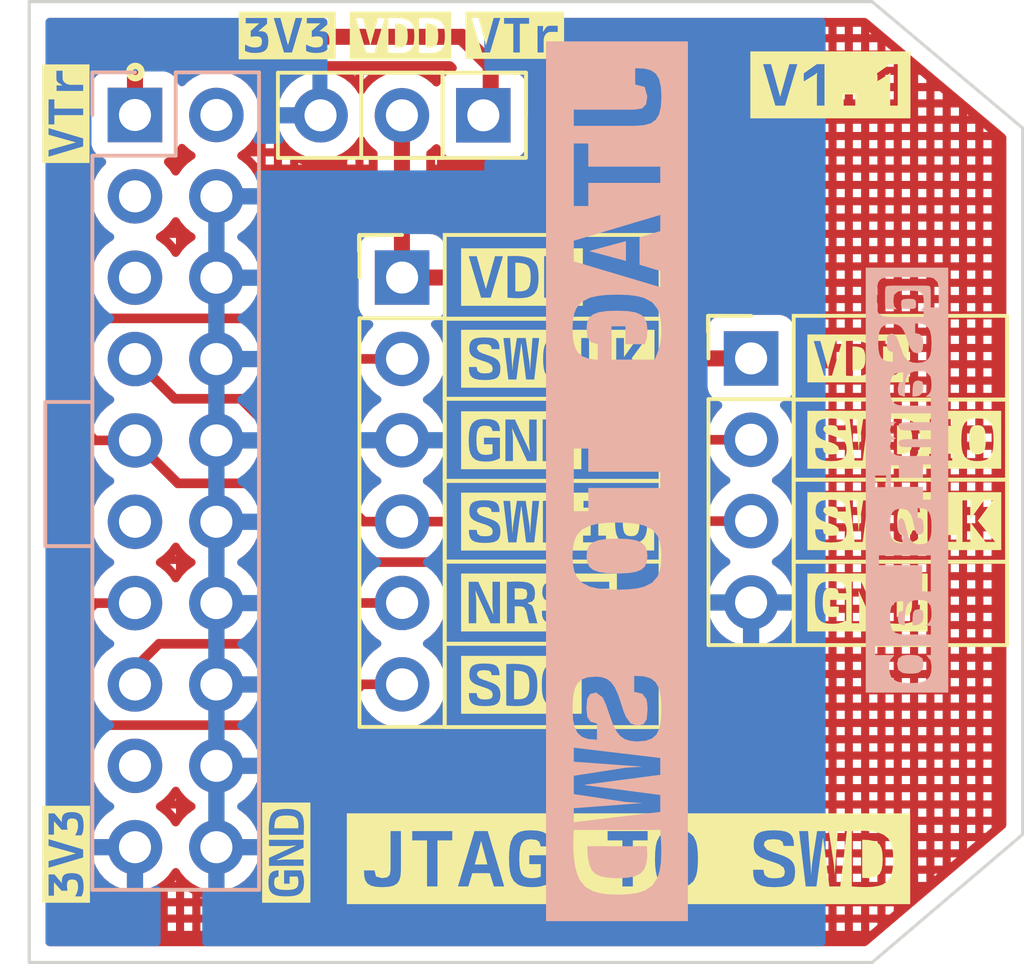
<source format=kicad_pcb>
(kicad_pcb (version 20211014) (generator pcbnew)
  (title_block (date "2023-10-16"))
  (layers (0 "F.Cu" signal) (31 "B.Cu" signal) (34 "B.Paste" user) (35 "F.Paste" user) (36 "B.SilkS" user "B.Silkscreen") (37 "F.SilkS" user "F.Silkscreen") (38 "B.Mask" user) (39 "F.Mask" user) (44 "Edge.Cuts" user))
  (net 0 "")
  (net 1 "VTref")
  (net 4 "GND")
  (net 6 "SWDIO")
  (net 7 "SWCLK")
  (net 9 "SWO")
  (net 10 "NRST")
  (net 12 "+3.3V")
  (net 13 "VDD")
  (footprint "kibuzzard-652CA4AC" (layer "F.Cu") (at 38.02 176.57 90)
    (fp_text reference "kibuzzard-652CA4AC" hide)
    (fp_text value "G***" hide)
  )
  (footprint "kibuzzard-6539E611" (layer "F.Cu") (at 55.863786 161.14)
    (fp_text reference "kibuzzard-6539E611" hide)
    (fp_text value "G***" hide)
  )
  (footprint "kibuzzard-652CAEF1" (layer "F.Cu") (at 38.05 151.057143)
    (fp_text reference "kibuzzard-652CAEF1" hide)
    (fp_text value "G***" hide)
  )
  (footprint "kibuzzard-6539E8D8" (layer "F.Cu") (at 46.488329 166.235)
    (fp_text reference "kibuzzard-6539E8D8" hide)
    (fp_text value "G***" hide)
  )
  (footprint "kibuzzard-6539E952" (layer "F.Cu") (at 48.7 176.76)
    (fp_text reference "kibuzzard-6539E952" hide)
    (fp_text value "G***" hide)
  )
  (footprint "kibuzzard-6539E58F" (layer "F.Cu") (at 45.352473 163.695)
    (fp_text reference "kibuzzard-6539E58F" hide)
    (fp_text value "G***" hide)
  )
  (footprint "kibuzzard-6539E162" (layer "F.Cu") (at 41.585 151.059525)
    (fp_text reference "kibuzzard-6539E162" hide)
    (fp_text value "G***" hide)
  )
  (footprint "kibuzzard-6539E918" (layer "F.Cu") (at 46.493251 161.15)
    (fp_text reference "kibuzzard-6539E918" hide)
    (fp_text value "G***" hide)
  )
  (footprint "kibuzzard-6539E1A4" (layer "F.Cu") (at 31.142857 153.5 90)
    (fp_text reference "kibuzzard-6539E1A4" hide)
    (fp_text value "G***" hide)
  )
  (footprint "Connector_PinHeader_2.54mm:PinHeader_1x04_P2.54mm_Vertical" (layer "F.Cu") (at 52.525 161.14)
    (fp_text reference "J3")
    (fp_text value "SWD 4PIN")
    (pad "1" thru_hole rect (at 0 0) (size 1.7 1.7) (drill 1) (layers *.Cu *.Mask) (net 13 "VDD"))
    (pad "2" thru_hole oval (at 0 2.54) (size 1.7 1.7) (drill 1) (layers *.Cu *.Mask) (net 6 "SWDIO"))
    (pad "3" thru_hole oval (at 0 5.08) (size 1.7 1.7) (drill 1) (layers *.Cu *.Mask) (net 7 "SWCLK"))
    (pad "4" thru_hole oval (at 0 7.62) (size 1.7 1.7) (drill 1) (layers *.Cu *.Mask) (net 4 "GND"))
  )
  (footprint "kibuzzard-6539E581" (layer "F.Cu") (at 45.375333 158.6)
    (fp_text reference "kibuzzard-6539E581" hide)
    (fp_text value "G***" hide)
  )
  (footprint "kibuzzard-6539E628" (layer "F.Cu") (at 56.157473 168.76)
    (fp_text reference "kibuzzard-6539E628" hide)
    (fp_text value "G***" hide)
  )
  (footprint "Connector_PinHeader_2.54mm:PinHeader_1x03_P2.54mm_Vertical" (layer "F.Cu") (at 44.17 153.55 -90)
    (fp_text reference "J4")
    (fp_text value "V Select")
    (pad "1" thru_hole rect (at 0 0 270) (size 1.7 1.7) (drill 1) (layers *.Cu *.Mask) (net 1 "VTref"))
    (pad "2" thru_hole oval (at 0 2.54 270) (size 1.7 1.7) (drill 1) (layers *.Cu *.Mask) (net 13 "VDD"))
    (pad "3" thru_hole oval (at 0 5.08 270) (size 1.7 1.7) (drill 1) (layers *.Cu *.Mask) (net 12 "+3.3V"))
  )
  (footprint "kibuzzard-6539E7D0" (layer "F.Cu") (at 45.357236 171.33)
    (fp_text reference "kibuzzard-6539E7D0" hide)
    (fp_text value "G***" hide)
  )
  (footprint "kibuzzard-6539E616" (layer "F.Cu") (at 57.305235 163.68)
    (fp_text reference "kibuzzard-6539E616" hide)
    (fp_text value "G***" hide)
  )
  (footprint "kibuzzard-6539E1A4" (layer "F.Cu") (at 45.15 151.05)
    (fp_text reference "kibuzzard-6539E1A4" hide)
    (fp_text value "G***" hide)
  )
  (footprint "kibuzzard-6539E4EE" (layer "F.Cu") (at 55 152.6)
    (fp_text reference "kibuzzard-6539E4EE" hide)
    (fp_text value "G***" hide)
  )
  (footprint "kibuzzard-6539E8AF" (layer "F.Cu") (at 57.306188 166.22)
    (fp_text reference "kibuzzard-6539E8AF" hide)
    (fp_text value "G***" hide)
  )
  (footprint "Connector_PinHeader_2.54mm:PinHeader_1x06_P2.54mm_Vertical" (layer "F.Cu") (at 41.635 158.615)
    (fp_text reference "J2")
    (fp_text value "SWD 6PIN")
    (pad "1" thru_hole rect (at 0 0) (size 1.7 1.7) (drill 1) (layers *.Cu *.Mask) (net 13 "VDD"))
    (pad "2" thru_hole oval (at 0 2.54) (size 1.7 1.7) (drill 1) (layers *.Cu *.Mask) (net 7 "SWCLK"))
    (pad "3" thru_hole oval (at 0 5.08) (size 1.7 1.7) (drill 1) (layers *.Cu *.Mask) (net 4 "GND"))
    (pad "4" thru_hole oval (at 0 7.62) (size 1.7 1.7) (drill 1) (layers *.Cu *.Mask) (net 6 "SWDIO"))
    (pad "5" thru_hole oval (at 0 10.16) (size 1.7 1.7) (drill 1) (layers *.Cu *.Mask) (net 10 "NRST"))
    (pad "6" thru_hole oval (at 0 12.7) (size 1.7 1.7) (drill 1) (layers *.Cu *.Mask) (net 9 "SWO"))
  )
  (footprint "kibuzzard-6539E59E" (layer "F.Cu") (at 45.906828 168.76)
    (fp_text reference "kibuzzard-6539E59E" hide)
    (fp_text value "G***" hide)
  )
  (footprint "kibuzzard-652CAEF1" (layer "F.Cu") (at 31.15 176.62 90)
    (fp_text reference "kibuzzard-652CAEF1" hide)
    (fp_text value "G***" hide)
  )
  (footprint "kibuzzard-6656AA27" (layer "B.Cu") (at 57.39 164.94 -90)
    (fp_text reference "kibuzzard-6656AA27" hide)
    (fp_text value "G***" hide)
  )
  (footprint "Connector_PinSocket_2.54mm:PinSocket_2x10_P2.54mm_Vertical" (layer "B.Cu") (at 33.3 153.54 180)
    (fp_text reference "J1")
    (fp_text value "SAM-ICE JTAG")
    (pad "1" thru_hole rect (at 0 0 180) (size 1.7 1.7) (drill 1) (layers *.Cu *.Mask) (net 1 "VTref"))
    (pad "2" thru_hole oval (at -2.54 0 180) (size 1.7 1.7) (drill 1) (layers *.Cu *.Mask))
    (pad "3" thru_hole oval (at 0 -2.54 180) (size 1.7 1.7) (drill 1) (layers *.Cu *.Mask))
    (pad "4" thru_hole oval (at -2.54 -2.54 180) (size 1.7 1.7) (drill 1) (layers *.Cu *.Mask) (net 4 "GND"))
    (pad "5" thru_hole oval (at 0 -5.08 180) (size 1.7 1.7) (drill 1) (layers *.Cu *.Mask))
    (pad "6" thru_hole oval (at -2.54 -5.08 180) (size 1.7 1.7) (drill 1) (layers *.Cu *.Mask) (net 4 "GND"))
    (pad "7" thru_hole oval (at 0 -7.62 180) (size 1.7 1.7) (drill 1) (layers *.Cu *.Mask) (net 6 "SWDIO"))
    (pad "8" thru_hole oval (at -2.54 -7.62 180) (size 1.7 1.7) (drill 1) (layers *.Cu *.Mask) (net 4 "GND"))
    (pad "9" thru_hole oval (at 0 -10.16 180) (size 1.7 1.7) (drill 1) (layers *.Cu *.Mask) (net 7 "SWCLK"))
    (pad "10" thru_hole oval (at -2.54 -10.16 180) (size 1.7 1.7) (drill 1) (layers *.Cu *.Mask) (net 4 "GND"))
    (pad "11" thru_hole oval (at 0 -12.7 180) (size 1.7 1.7) (drill 1) (layers *.Cu *.Mask))
    (pad "12" thru_hole oval (at -2.54 -12.7 180) (size 1.7 1.7) (drill 1) (layers *.Cu *.Mask) (net 4 "GND"))
    (pad "13" thru_hole oval (at 0 -15.24 180) (size 1.7 1.7) (drill 1) (layers *.Cu *.Mask) (net 9 "SWO"))
    (pad "14" thru_hole oval (at -2.54 -15.24 180) (size 1.7 1.7) (drill 1) (layers *.Cu *.Mask) (net 4 "GND"))
    (pad "15" thru_hole oval (at 0 -17.78 180) (size 1.7 1.7) (drill 1) (layers *.Cu *.Mask) (net 10 "NRST"))
    (pad "16" thru_hole oval (at -2.54 -17.78 180) (size 1.7 1.7) (drill 1) (layers *.Cu *.Mask) (net 4 "GND"))
    (pad "17" thru_hole oval (at 0 -20.32 180) (size 1.7 1.7) (drill 1) (layers *.Cu *.Mask))
    (pad "18" thru_hole oval (at -2.54 -20.32 180) (size 1.7 1.7) (drill 1) (layers *.Cu *.Mask) (net 4 "GND"))
    (pad "19" thru_hole oval (at 0 -22.86 180) (size 1.7 1.7) (drill 1) (layers *.Cu *.Mask) (net 12 "+3.3V"))
    (pad "20" thru_hole oval (at -2.54 -22.86 180) (size 1.7 1.7) (drill 1) (layers *.Cu *.Mask) (net 4 "GND"))
  )
  (footprint "kibuzzard-652CCC4E" (layer "B.Cu") (at 48.34 164.975 -90)
    (fp_text reference "kibuzzard-652CCC4E" hide)
    (fp_text value "G***" hide)
  )
  (gr_line (start 30.5 167) (end 31.91 167) (layer "B.SilkS") (width 0.12))
  (gr_line (start 31.95 162.5) (end 30.5 162.5) (layer "B.SilkS") (width 0.12))
  (gr_line (start 30.5 162.5) (end 30.5 167) (layer "B.SilkS") (width 0.12))
  (gr_line (start 40.29 157.8) (end 40.29 157.3) (layer "F.SilkS") (width 0.12))
  (gr_line (start 40.8 157.3) (end 40.3 157.3) (layer "F.SilkS") (width 0.12))
  (gr_rect (start 42.965 164.965) (end 49.7 167.48) (layer "F.SilkS") (width 0.12) (fill none))
  (gr_rect (start 42.9 152.22) (end 40.36 154.88) (layer "F.SilkS") (width 0.12) (fill none))
  (gr_rect (start 45.5 152.22) (end 42.9 154.88) (layer "F.SilkS") (width 0.12) (fill none))
  (gr_rect (start 42.965 170.05) (end 49.7 172.65) (layer "F.SilkS") (width 0.12) (fill none))
  (gr_circle (center 33.31 152.2) (end 33.402195 152.2) (layer "F.SilkS") (width 0.2) (fill none))
  (gr_line (start 51.18 160.31) (end 51.18 159.81) (layer "F.SilkS") (width 0.12))
  (gr_rect (start 42.965 162.4) (end 49.7 164.965) (layer "F.SilkS") (width 0.12) (fill none))
  (gr_rect (start 42.965 167.485) (end 49.7 170.05) (layer "F.SilkS") (width 0.12) (fill none))
  (gr_rect (start 53.855 167.49) (end 60.51 170.09) (layer "F.SilkS") (width 0.12) (fill none))
  (gr_rect (start 53.855 162.425) (end 60.51 164.925) (layer "F.SilkS") (width 0.12) (fill none))
  (gr_rect (start 42.965 159.9) (end 49.7 162.4) (layer "F.SilkS") (width 0.12) (fill none))
  (gr_rect (start 53.855 159.81) (end 60.51 162.425) (layer "F.SilkS") (width 0.12) (fill none))
  (gr_line (start 51.69 159.81) (end 51.19 159.81) (layer "F.SilkS") (width 0.12))
  (gr_rect (start 42.965 157.285) (end 49.7 159.9) (layer "F.SilkS") (width 0.12) (fill none))
  (gr_rect (start 53.855 164.925) (end 60.51 167.49) (layer "F.SilkS") (width 0.12) (fill none))
  (gr_line (start 61 176) (end 61 153.95) (layer "Edge.Cuts") (width 0.1))
  (gr_line (start 56.3 150) (end 61 153.95) (layer "Edge.Cuts") (width 0.1))
  (gr_line (start 30 180) (end 56.3 180) (layer "Edge.Cuts") (width 0.1))
  (gr_line (start 30 150) (end 30 180) (layer "Edge.Cuts") (width 0.1))
  (gr_line (start 56.3 180) (end 61 176) (layer "Edge.Cuts") (width 0.1))
  (gr_line (start 56.3 150) (end 30 150) (layer "Edge.Cuts") (width 0.1))
  (segment (start 43.5 151.1) (end 44.4 152) (width 0.5) (layer "F.Cu") (net 1))
  (segment (start 33.3 153.54) (end 33.3 152.05) (width 0.5) (layer "F.Cu") (net 1))
  (segment (start 44.4 152) (end 44.4 153.375) (width 0.5) (layer "F.Cu") (net 1))
  (segment (start 34.25 151.1) (end 43.5 151.1) (width 0.5) (layer "F.Cu") (net 1))
  (segment (start 33.3 152.05) (end 34.25 151.1) (width 0.5) (layer "F.Cu") (net 1))
  (segment (start 44.4 153.375) (end 44.175 153.6) (width 0.5) (layer "F.Cu") (net 1))
  (segment (start 33.3 161.16) (end 34.54 162.4) (width 0.3) (layer "F.Cu") (net 6))
  (segment (start 41.635 166.235) (end 45.565 166.235) (width 0.3) (layer "F.Cu") (net 6))
  (segment (start 41.63 166.2025) (end 41.635 166.1975) (width 0.5) (layer "F.Cu") (net 6))
  (segment (start 40.435 166.235) (end 41.635 166.235) (width 0.3) (layer "F.Cu") (net 6))
  (segment (start 34.54 162.4) (end 36.6 162.4) (width 0.3) (layer "F.Cu") (net 6))
  (segment (start 36.6 162.4) (end 40.435 166.235) (width 0.3) (layer "F.Cu") (net 6))
  (segment (start 52.51 163.695) (end 52.525 163.68) (width 0.3) (layer "F.Cu") (net 6))
  (segment (start 48.12 163.68) (end 52.525 163.68) (width 0.3) (layer "F.Cu") (net 6))
  (segment (start 45.565 166.235) (end 48.12 163.68) (width 0.3) (layer "F.Cu") (net 6))
  (segment (start 32.05 163.7) (end 31.4 163.05) (width 0.3) (layer "F.Cu") (net 7))
  (segment (start 33.3 163.7) (end 33.31 163.7) (width 0.3) (layer "F.Cu") (net 7))
  (segment (start 31.4 160.7) (end 32.21 159.89) (width 0.3) (layer "F.Cu") (net 7))
  (segment (start 39.955 161.155) (end 41.635 161.155) (width 0.3) (layer "F.Cu") (net 7))
  (segment (start 33.3 163.7) (end 34.64 165.04) (width 0.3) (layer "F.Cu") (net 7))
  (segment (start 32.21 159.89) (end 38.69 159.89) (width 0.3) (layer "F.Cu") (net 7))
  (segment (start 38.69 159.89) (end 39.955 161.155) (width 0.3) (layer "F.Cu") (net 7))
  (segment (start 33.3 163.7) (end 32.05 163.7) (width 0.3) (layer "F.Cu") (net 7))
  (segment (start 39.8 167.5) (end 46.5 167.5) (width 0.3) (layer "F.Cu") (net 7))
  (segment (start 46.5 167.5) (end 47.78 166.22) (width 0.3) (layer "F.Cu") (net 7))
  (segment (start 31.4 163.05) (end 31.4 160.7) (width 0.3) (layer "F.Cu") (net 7))
  (segment (start 47.78 166.22) (end 52.525 166.22) (width 0.3) (layer "F.Cu") (net 7))
  (segment (start 37.34 165.04) (end 39.8 167.5) (width 0.3) (layer "F.Cu") (net 7))
  (segment (start 34.64 165.04) (end 37.34 165.04) (width 0.3) (layer "F.Cu") (net 7))
  (segment (start 40.385 171.315) (end 41.635 171.315) (width 0.3) (layer "F.Cu") (net 9))
  (segment (start 31.4 171.87) (end 32.12 172.59) (width 0.3) (layer "F.Cu") (net 9))
  (segment (start 39.11 172.59) (end 40.385 171.315) (width 0.3) (layer "F.Cu") (net 9))
  (segment (start 33.3 168.78) (end 32.06 168.78) (width 0.3) (layer "F.Cu") (net 9))
  (segment (start 32.06 168.78) (end 31.4 169.44) (width 0.3) (layer "F.Cu") (net 9))
  (segment (start 32.12 172.59) (end 39.11 172.59) (width 0.3) (layer "F.Cu") (net 9))
  (segment (start 31.4 169.44) (end 31.4 171.87) (width 0.3) (layer "F.Cu") (net 9))
  (segment (start 38.55 170.05) (end 39.825 168.775) (width 0.3) (layer "F.Cu") (net 10))
  (segment (start 34.05 170.05) (end 38.55 170.05) (width 0.3) (layer "F.Cu") (net 10))
  (segment (start 33.3 170.8) (end 34.05 170.05) (width 0.3) (layer "F.Cu") (net 10))
  (segment (start 33.3 171.32) (end 33.3 170.8) (width 0.3) (layer "F.Cu") (net 10))
  (segment (start 39.825 168.775) (end 41.635 168.775) (width 0.3) (layer "F.Cu") (net 10))
  (segment (start 41.635 158.615) (end 45.54 158.615) (width 0.5) (layer "F.Cu") (net 13))
  (segment (start 41.63 153.55) (end 41.63 158.61) (width 0.5) (layer "F.Cu") (net 13))
  (segment (start 41.63 158.61) (end 41.635 158.615) (width 0.5) (layer "F.Cu") (net 13))
  (segment (start 48.065 161.14) (end 52.525 161.14) (width 0.5) (layer "F.Cu") (net 13))
  (segment (start 45.54 158.615) (end 48.065 161.14) (width 0.5) (layer "F.Cu") (net 13))
  (zone (net 0) (net_name "") (layer "F.Cu") (connect_pads (clearance 0.508)) (min_thickness 0.254) (fill yes (mode hatch) (thermal_gap 0.508) (thermal_bridge_width 0.508) (hatch_thickness 0.254) (hatch_gap 0.254) (hatch_orientation 0) (hatch_border_algorithm hatch_thickness) (hatch_min_hole_area 0.3))
    (polygon (pts (xy 61 153.95) (xy 61 176) (xy 56.3 180) (xy 30 180) (xy 30 150) (xy 56.3 150)))
  )
  (zone (net 4) (net_name "GND") (layer "B.Cu") (connect_pads (clearance 0.508)) (min_thickness 0.254) (fill yes (thermal_gap 0.508) (thermal_bridge_width 0.508))
    (polygon (pts (xy 54.85 180) (xy 35.4 180) (xy 35.4 155.27) (xy 44.2 155.27) (xy 44.2 150) (xy 54.85 150)))
  )
  (zone (net 12) (net_name "+3.3V") (layer "B.Cu") (connect_pads (clearance 0.508)) (min_thickness 0.254) (fill yes (thermal_gap 0.508) (thermal_bridge_width 0.508))
    (polygon (pts (xy 39.305 154.44) (xy 34.1 154.44) (xy 34.1 180) (xy 30 180) (xy 30 150) (xy 39.305 150)))
  )
)
</source>
